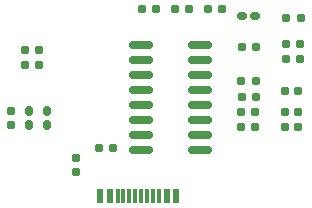
<source format=gbr>
%TF.GenerationSoftware,KiCad,Pcbnew,7.0.9*%
%TF.CreationDate,2024-01-07T11:32:02+01:00*%
%TF.ProjectId,esp32_programmer,65737033-325f-4707-926f-6772616d6d65,rev?*%
%TF.SameCoordinates,Original*%
%TF.FileFunction,Paste,Top*%
%TF.FilePolarity,Positive*%
%FSLAX46Y46*%
G04 Gerber Fmt 4.6, Leading zero omitted, Abs format (unit mm)*
G04 Created by KiCad (PCBNEW 7.0.9) date 2024-01-07 11:32:02*
%MOMM*%
%LPD*%
G01*
G04 APERTURE LIST*
G04 Aperture macros list*
%AMRoundRect*
0 Rectangle with rounded corners*
0 $1 Rounding radius*
0 $2 $3 $4 $5 $6 $7 $8 $9 X,Y pos of 4 corners*
0 Add a 4 corners polygon primitive as box body*
4,1,4,$2,$3,$4,$5,$6,$7,$8,$9,$2,$3,0*
0 Add four circle primitives for the rounded corners*
1,1,$1+$1,$2,$3*
1,1,$1+$1,$4,$5*
1,1,$1+$1,$6,$7*
1,1,$1+$1,$8,$9*
0 Add four rect primitives between the rounded corners*
20,1,$1+$1,$2,$3,$4,$5,0*
20,1,$1+$1,$4,$5,$6,$7,0*
20,1,$1+$1,$6,$7,$8,$9,0*
20,1,$1+$1,$8,$9,$2,$3,0*%
G04 Aperture macros list end*
%ADD10RoundRect,0.160000X0.160000X-0.222500X0.160000X0.222500X-0.160000X0.222500X-0.160000X-0.222500X0*%
%ADD11RoundRect,0.160000X-0.222500X-0.160000X0.222500X-0.160000X0.222500X0.160000X-0.222500X0.160000X0*%
%ADD12RoundRect,0.160000X0.197500X0.160000X-0.197500X0.160000X-0.197500X-0.160000X0.197500X-0.160000X0*%
%ADD13RoundRect,0.160000X-0.160000X0.197500X-0.160000X-0.197500X0.160000X-0.197500X0.160000X0.197500X0*%
%ADD14RoundRect,0.160000X-0.197500X-0.160000X0.197500X-0.160000X0.197500X0.160000X-0.197500X0.160000X0*%
%ADD15RoundRect,0.155000X-0.212500X-0.155000X0.212500X-0.155000X0.212500X0.155000X-0.212500X0.155000X0*%
%ADD16RoundRect,0.150000X0.825000X0.150000X-0.825000X0.150000X-0.825000X-0.150000X0.825000X-0.150000X0*%
%ADD17R,0.600000X1.160000*%
%ADD18R,0.300000X1.160000*%
G04 APERTURE END LIST*
D10*
%TO.C,D3*%
X138000000Y-123322500D03*
X138000000Y-122177500D03*
%TD*%
D11*
%TO.C,D1*%
X154528598Y-114145646D03*
X155673598Y-114145646D03*
%TD*%
D12*
%TO.C,R14*%
X143597500Y-125250000D03*
X142402500Y-125250000D03*
%TD*%
D13*
%TO.C,R1*%
X140500000Y-126152500D03*
X140500000Y-127347500D03*
%TD*%
D12*
%TO.C,R6*%
X150033973Y-113500000D03*
X148838973Y-113500000D03*
%TD*%
D14*
%TO.C,R3*%
X136152500Y-117000000D03*
X137347500Y-117000000D03*
%TD*%
%TO.C,R4*%
X154511533Y-116732859D03*
X155706533Y-116732859D03*
%TD*%
D13*
%TO.C,R9*%
X135000000Y-122152500D03*
X135000000Y-123347500D03*
%TD*%
D15*
%TO.C,C1*%
X158286771Y-116500000D03*
X159421771Y-116500000D03*
%TD*%
D14*
%TO.C,R8*%
X146067814Y-113500000D03*
X147262814Y-113500000D03*
%TD*%
D16*
%TO.C,U1*%
X150975000Y-125445000D03*
X150975000Y-124175000D03*
X150975000Y-122905000D03*
X150975000Y-121635000D03*
X150975000Y-120365000D03*
X150975000Y-119095000D03*
X150975000Y-117825000D03*
X150975000Y-116555000D03*
X146025000Y-116555000D03*
X146025000Y-117825000D03*
X146025000Y-119095000D03*
X146025000Y-120365000D03*
X146025000Y-121635000D03*
X146025000Y-122905000D03*
X146025000Y-124175000D03*
X146025000Y-125445000D03*
%TD*%
D14*
%TO.C,R10*%
X154488229Y-119605610D03*
X155683229Y-119605610D03*
%TD*%
D17*
%TO.C,P1*%
X142550000Y-129365000D03*
X143350000Y-129365000D03*
D18*
X144500000Y-129365000D03*
X145500000Y-129365000D03*
X146000000Y-129365000D03*
X147000000Y-129365000D03*
D17*
X148150000Y-129365000D03*
X148950000Y-129365000D03*
X148950000Y-129365000D03*
X148150000Y-129365000D03*
D18*
X147500000Y-129365000D03*
X146500000Y-129365000D03*
X145000000Y-129365000D03*
X144000000Y-129365000D03*
D17*
X143350000Y-129365000D03*
X142550000Y-129365000D03*
%TD*%
D10*
%TO.C,D2*%
X136500000Y-123322500D03*
X136500000Y-122177500D03*
%TD*%
D12*
%TO.C,R5*%
X152847500Y-113500000D03*
X151652500Y-113500000D03*
%TD*%
D15*
%TO.C,C2*%
X158286771Y-117750000D03*
X159421771Y-117750000D03*
%TD*%
D14*
%TO.C,R12*%
X154484496Y-122236341D03*
X155679496Y-122236341D03*
%TD*%
D15*
%TO.C,C4*%
X158182500Y-122250000D03*
X159317500Y-122250000D03*
%TD*%
D12*
%TO.C,R7*%
X159500000Y-114236187D03*
X158305000Y-114236187D03*
%TD*%
D14*
%TO.C,R11*%
X154500000Y-120965346D03*
X155695000Y-120965346D03*
%TD*%
D12*
%TO.C,R2*%
X137347500Y-118250000D03*
X136152500Y-118250000D03*
%TD*%
D14*
%TO.C,R13*%
X154478195Y-123500000D03*
X155673195Y-123500000D03*
%TD*%
D15*
%TO.C,C5*%
X158182500Y-123500000D03*
X159317500Y-123500000D03*
%TD*%
%TO.C,C3*%
X158182500Y-120440000D03*
X159317500Y-120440000D03*
%TD*%
M02*

</source>
